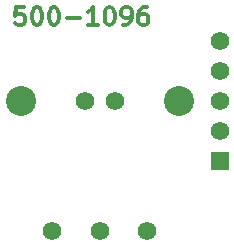
<source format=gbr>
G04 #@! TF.FileFunction,Copper,L1,Top,Signal*
%FSLAX46Y46*%
G04 Gerber Fmt 4.6, Leading zero omitted, Abs format (unit mm)*
G04 Created by KiCad (PCBNEW (2016-02-24 BZR 6585, Git 0829446)-product) date 3/15/2016 7:35:22 AM*
%MOMM*%
G01*
G04 APERTURE LIST*
%ADD10C,0.100000*%
%ADD11C,0.300000*%
%ADD12C,2.540000*%
%ADD13C,1.574800*%
%ADD14R,1.574800X1.574800*%
G04 APERTURE END LIST*
D10*
D11*
X149828859Y-64456571D02*
X149114573Y-64456571D01*
X149043144Y-65170857D01*
X149114573Y-65099429D01*
X149257430Y-65028000D01*
X149614573Y-65028000D01*
X149757430Y-65099429D01*
X149828859Y-65170857D01*
X149900287Y-65313714D01*
X149900287Y-65670857D01*
X149828859Y-65813714D01*
X149757430Y-65885143D01*
X149614573Y-65956571D01*
X149257430Y-65956571D01*
X149114573Y-65885143D01*
X149043144Y-65813714D01*
X150828858Y-64456571D02*
X150971715Y-64456571D01*
X151114572Y-64528000D01*
X151186001Y-64599429D01*
X151257430Y-64742286D01*
X151328858Y-65028000D01*
X151328858Y-65385143D01*
X151257430Y-65670857D01*
X151186001Y-65813714D01*
X151114572Y-65885143D01*
X150971715Y-65956571D01*
X150828858Y-65956571D01*
X150686001Y-65885143D01*
X150614572Y-65813714D01*
X150543144Y-65670857D01*
X150471715Y-65385143D01*
X150471715Y-65028000D01*
X150543144Y-64742286D01*
X150614572Y-64599429D01*
X150686001Y-64528000D01*
X150828858Y-64456571D01*
X152257429Y-64456571D02*
X152400286Y-64456571D01*
X152543143Y-64528000D01*
X152614572Y-64599429D01*
X152686001Y-64742286D01*
X152757429Y-65028000D01*
X152757429Y-65385143D01*
X152686001Y-65670857D01*
X152614572Y-65813714D01*
X152543143Y-65885143D01*
X152400286Y-65956571D01*
X152257429Y-65956571D01*
X152114572Y-65885143D01*
X152043143Y-65813714D01*
X151971715Y-65670857D01*
X151900286Y-65385143D01*
X151900286Y-65028000D01*
X151971715Y-64742286D01*
X152043143Y-64599429D01*
X152114572Y-64528000D01*
X152257429Y-64456571D01*
X153400286Y-65385143D02*
X154543143Y-65385143D01*
X156043143Y-65956571D02*
X155186000Y-65956571D01*
X155614572Y-65956571D02*
X155614572Y-64456571D01*
X155471715Y-64670857D01*
X155328857Y-64813714D01*
X155186000Y-64885143D01*
X156971714Y-64456571D02*
X157114571Y-64456571D01*
X157257428Y-64528000D01*
X157328857Y-64599429D01*
X157400286Y-64742286D01*
X157471714Y-65028000D01*
X157471714Y-65385143D01*
X157400286Y-65670857D01*
X157328857Y-65813714D01*
X157257428Y-65885143D01*
X157114571Y-65956571D01*
X156971714Y-65956571D01*
X156828857Y-65885143D01*
X156757428Y-65813714D01*
X156686000Y-65670857D01*
X156614571Y-65385143D01*
X156614571Y-65028000D01*
X156686000Y-64742286D01*
X156757428Y-64599429D01*
X156828857Y-64528000D01*
X156971714Y-64456571D01*
X158185999Y-65956571D02*
X158471714Y-65956571D01*
X158614571Y-65885143D01*
X158685999Y-65813714D01*
X158828857Y-65599429D01*
X158900285Y-65313714D01*
X158900285Y-64742286D01*
X158828857Y-64599429D01*
X158757428Y-64528000D01*
X158614571Y-64456571D01*
X158328857Y-64456571D01*
X158185999Y-64528000D01*
X158114571Y-64599429D01*
X158043142Y-64742286D01*
X158043142Y-65099429D01*
X158114571Y-65242286D01*
X158185999Y-65313714D01*
X158328857Y-65385143D01*
X158614571Y-65385143D01*
X158757428Y-65313714D01*
X158828857Y-65242286D01*
X158900285Y-65099429D01*
X160185999Y-64456571D02*
X159900285Y-64456571D01*
X159757428Y-64528000D01*
X159685999Y-64599429D01*
X159543142Y-64813714D01*
X159471713Y-65099429D01*
X159471713Y-65670857D01*
X159543142Y-65813714D01*
X159614570Y-65885143D01*
X159757428Y-65956571D01*
X160043142Y-65956571D01*
X160185999Y-65885143D01*
X160257428Y-65813714D01*
X160328856Y-65670857D01*
X160328856Y-65313714D01*
X160257428Y-65170857D01*
X160185999Y-65099429D01*
X160043142Y-65028000D01*
X159757428Y-65028000D01*
X159614570Y-65099429D01*
X159543142Y-65170857D01*
X159471713Y-65313714D01*
D12*
X149510000Y-72390000D03*
X162910000Y-72390000D03*
D13*
X154940000Y-72390000D03*
X157480000Y-72390000D03*
X156210000Y-83390000D03*
X160210000Y-83390000D03*
X152210000Y-83390000D03*
D14*
X166370000Y-77470000D03*
D13*
X166370000Y-74930000D03*
X166370000Y-72390000D03*
X166370000Y-69850000D03*
X166370000Y-67310000D03*
M02*

</source>
